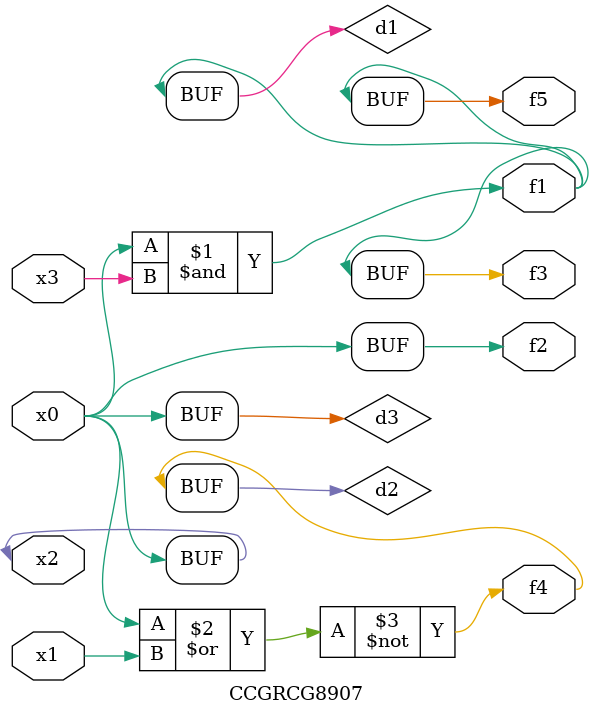
<source format=v>
module CCGRCG8907(
	input x0, x1, x2, x3,
	output f1, f2, f3, f4, f5
);

	wire d1, d2, d3;

	and (d1, x2, x3);
	nor (d2, x0, x1);
	buf (d3, x0, x2);
	assign f1 = d1;
	assign f2 = d3;
	assign f3 = d1;
	assign f4 = d2;
	assign f5 = d1;
endmodule

</source>
